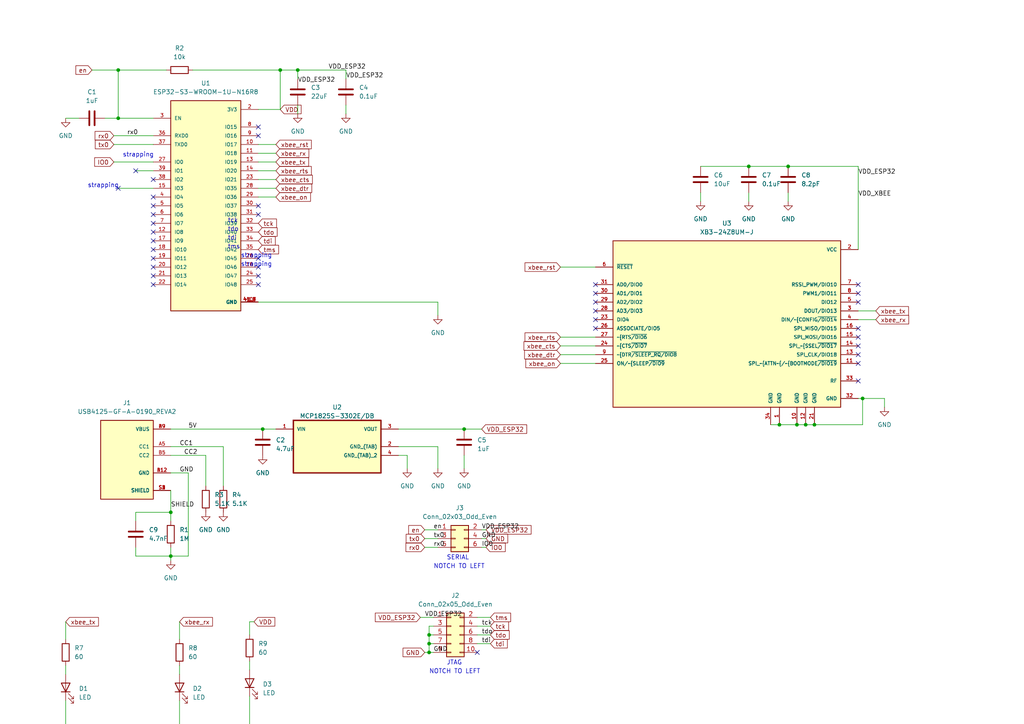
<source format=kicad_sch>
(kicad_sch (version 20230121) (generator eeschema)
  (paper "A4")
  (lib_symbols
    (symbol "Connector_Generic:Conn_02x03_Odd_Even" (pin_names (offset 1.016) hide)
      (property "Reference" "J" (at 1.27 5.08 0))
      (property "Value" "Conn_02x03_Odd_Even" (at 1.27 -5.08 0))
      (symbol "Conn_02x03_Odd_Even_1_1"
        (rectangle (start -1.27 -2.413) (end 0 -2.667) (stroke (width 0.1524)))
        (rectangle (start -1.27 0.127) (end 0 -0.127) (stroke (width 0.1524)))
        (rectangle (start -1.27 2.667) (end 0 2.413) (stroke (width 0.1524)))
        (rectangle (start -1.27 3.81) (end 3.81 -3.81) (stroke (width 0.254)) (fill (type background)))
        (rectangle (start 3.81 -2.413) (end 2.54 -2.667) (stroke (width 0.1524)))
        (rectangle (start 3.81 0.127) (end 2.54 -0.127) (stroke (width 0.1524)))
        (rectangle (start 3.81 2.667) (end 2.54 2.413) (stroke (width 0.1524)))
        (pin passive line (at -5.08 2.54 0) (length 3.81) (name "Pin_1") (number "1"))
        (pin passive line (at 7.62 2.54 180) (length 3.81) (name "Pin_2") (number "2"))
        (pin passive line (at -5.08 0 0) (length 3.81) (name "Pin_3") (number "3"))
        (pin passive line (at 7.62 0 180) (length 3.81) (name "Pin_4") (number "4"))
        (pin passive line (at -5.08 -2.54 0) (length 3.81) (name "Pin_5") (number "5"))
        (pin passive line (at 7.62 -2.54 180) (length 3.81) (name "Pin_6") (number "6"))
      )
    )
    (symbol "Connector_Generic:Conn_02x05_Odd_Even" (pin_names (offset 1.016) hide)
      (property "Reference" "J" (at 1.27 7.62 0))
      (property "Value" "Conn_02x05_Odd_Even" (at 1.27 -7.62 0))
      (symbol "Conn_02x05_Odd_Even_1_1"
        (rectangle (start -1.27 -4.953) (end 0 -5.207) (stroke (width 0.1524)))
        (rectangle (start -1.27 -2.413) (end 0 -2.667) (stroke (width 0.1524)))
        (rectangle (start -1.27 0.127) (end 0 -0.127) (stroke (width 0.1524)))
        (rectangle (start -1.27 2.667) (end 0 2.413) (stroke (width 0.1524)))
        (rectangle (start -1.27 5.207) (end 0 4.953) (stroke (width 0.1524)))
        (rectangle (start -1.27 6.35) (end 3.81 -6.35) (stroke (width 0.254)) (fill (type background)))
        (rectangle (start 3.81 -4.953) (end 2.54 -5.207) (stroke (width 0.1524)))
        (rectangle (start 3.81 -2.413) (end 2.54 -2.667) (stroke (width 0.1524)))
        (rectangle (start 3.81 0.127) (end 2.54 -0.127) (stroke (width 0.1524)))
        (rectangle (start 3.81 2.667) (end 2.54 2.413) (stroke (width 0.1524)))
        (rectangle (start 3.81 5.207) (end 2.54 4.953) (stroke (width 0.1524)))
        (pin passive line (at -5.08 5.08 0) (length 3.81) (name "Pin_1") (number "1"))
        (pin passive line (at 7.62 -5.08 180) (length 3.81) (name "Pin_10") (number "10"))
        (pin passive line (at 7.62 5.08 180) (length 3.81) (name "Pin_2") (number "2"))
        (pin passive line (at -5.08 2.54 0) (length 3.81) (name "Pin_3") (number "3"))
        (pin passive line (at 7.62 2.54 180) (length 3.81) (name "Pin_4") (number "4"))
        (pin passive line (at -5.08 0 0) (length 3.81) (name "Pin_5") (number "5"))
        (pin passive line (at 7.62 0 180) (length 3.81) (name "Pin_6") (number "6"))
        (pin passive line (at -5.08 -2.54 0) (length 3.81) (name "Pin_7") (number "7"))
        (pin passive line (at 7.62 -2.54 180) (length 3.81) (name "Pin_8") (number "8"))
        (pin passive line (at -5.08 -5.08 0) (length 3.81) (name "Pin_9") (number "9"))
      )
    )
    (symbol "Device:C" (pin_numbers hide) (pin_names (offset 0.254))
      (property "Reference" "C" (at 0.635 2.54 0))
      (property "Value" "C" (at 0.635 -2.54 0))
      (symbol "C_0_1"
        (polyline (pts (xy -2.032 -0.762) (xy 2.032 -0.762)) (stroke (width 0.508)))
        (polyline (pts (xy -2.032 0.762) (xy 2.032 0.762)) (stroke (width 0.508)))
      )
      (symbol "C_1_1"
        (pin passive line (at 0 3.81 270) (length 2.794) (name "~") (number "1"))
        (pin passive line (at 0 -3.81 90) (length 2.794) (name "~") (number "2"))
      )
    )
    (symbol "Device:LED" (pin_numbers hide) (pin_names (offset 1.016) hide)
      (property "Reference" "D" (at 0 2.54 0))
      (property "Value" "LED" (at 0 -2.54 0))
      (symbol "LED_0_1"
        (polyline (pts (xy -1.27 -1.27) (xy -1.27 1.27)) (stroke (width 0.254)))
        (polyline (pts (xy -1.27 0) (xy 1.27 0)))
        (polyline (pts (xy 1.27 -1.27) (xy 1.27 1.27) (xy -1.27 0) (xy 1.27 -1.27)) (stroke (width 0.254)))
        (polyline (pts (xy -3.048 -0.762) (xy -4.572 -2.286) (xy -3.81 -2.286) (xy -4.572 -2.286) (xy -4.572 -1.524)))
        (polyline (pts (xy -1.778 -0.762) (xy -3.302 -2.286) (xy -2.54 -2.286) (xy -3.302 -2.286) (xy -3.302 -1.524)))
      )
      (symbol "LED_1_1"
        (pin passive line (at -3.81 0 0) (length 2.54) (name "K") (number "1"))
        (pin passive line (at 3.81 0 180) (length 2.54) (name "A") (number "2"))
      )
    )
    (symbol "Device:R" (pin_numbers hide) (pin_names (offset 0))
      (property "Reference" "R" (at 2.032 0 90))
      (property "Value" "R" (at 0 0 90))
      (symbol "R_0_1"
        (rectangle (start -1.016 -2.54) (end 1.016 2.54) (stroke (width 0.254)))
      )
      (symbol "R_1_1"
        (pin passive line (at 0 3.81 270) (length 1.27) (name "~") (number "1"))
        (pin passive line (at 0 -3.81 90) (length 1.27) (name "~") (number "2"))
      )
    )
    (symbol "ESP32-S3-WROOM-1U-N16R8:ESP32-S3-WROOM-1U-N16R8" (pin_names (offset 1.016))
      (property "Reference" "U" (at -10.16 31.242 0))
      (property "Value" "ESP32-S3-WROOM-1U-N16R8" (at -10.16 -33.02 0))
      (symbol "ESP32-S3-WROOM-1U-N16R8_0_0"
        (rectangle (start -10.16 -30.48) (end 10.16 30.48) (stroke (width 0.254)) (fill (type background)))
        (pin power_in line (at 15.24 -27.94 180) (length 5.08) (name "GND") (number "1"))
        (pin bidirectional line (at 15.24 17.78 180) (length 5.08) (name "IO17") (number "10"))
        (pin bidirectional line (at 15.24 15.24 180) (length 5.08) (name "IO18") (number "11"))
        (pin bidirectional line (at -15.24 -7.62 0) (length 5.08) (name "IO8") (number "12"))
        (pin bidirectional line (at 15.24 12.7 180) (length 5.08) (name "IO19") (number "13"))
        (pin bidirectional line (at 15.24 10.16 180) (length 5.08) (name "IO20") (number "14"))
        (pin bidirectional line (at -15.24 5.08 0) (length 5.08) (name "IO3") (number "15"))
        (pin bidirectional line (at 15.24 -17.78 180) (length 5.08) (name "IO46") (number "16"))
        (pin bidirectional line (at -15.24 -10.16 0) (length 5.08) (name "IO9") (number "17"))
        (pin bidirectional line (at -15.24 -12.7 0) (length 5.08) (name "IO10") (number "18"))
        (pin bidirectional line (at -15.24 -15.24 0) (length 5.08) (name "IO11") (number "19"))
        (pin power_in line (at 15.24 27.94 180) (length 5.08) (name "3V3") (number "2"))
        (pin bidirectional line (at -15.24 -17.78 0) (length 5.08) (name "IO12") (number "20"))
        (pin bidirectional line (at -15.24 -20.32 0) (length 5.08) (name "IO13") (number "21"))
        (pin bidirectional line (at -15.24 -22.86 0) (length 5.08) (name "IO14") (number "22"))
        (pin bidirectional line (at 15.24 7.62 180) (length 5.08) (name "IO21") (number "23"))
        (pin bidirectional line (at 15.24 -20.32 180) (length 5.08) (name "IO47") (number "24"))
        (pin bidirectional line (at 15.24 -22.86 180) (length 5.08) (name "IO48") (number "25"))
        (pin bidirectional line (at 15.24 -15.24 180) (length 5.08) (name "IO45") (number "26"))
        (pin bidirectional line (at -15.24 12.7 0) (length 5.08) (name "IO0") (number "27"))
        (pin bidirectional line (at 15.24 5.08 180) (length 5.08) (name "IO35") (number "28"))
        (pin bidirectional line (at 15.24 2.54 180) (length 5.08) (name "IO36") (number "29"))
        (pin input line (at -15.24 25.4 0) (length 5.08) (name "EN") (number "3"))
        (pin bidirectional line (at 15.24 0 180) (length 5.08) (name "IO37") (number "30"))
        (pin bidirectional line (at 15.24 -2.54 180) (length 5.08) (name "IO38") (number "31"))
        (pin bidirectional line (at 15.24 -5.08 180) (length 5.08) (name "IO39") (number "32"))
        (pin bidirectional line (at 15.24 -7.62 180) (length 5.08) (name "IO40") (number "33"))
        (pin bidirectional line (at 15.24 -10.16 180) (length 5.08) (name "IO41") (number "34"))
        (pin bidirectional line (at 15.24 -12.7 180) (length 5.08) (name "IO42") (number "35"))
        (pin bidirectional line (at -15.24 20.32 0) (length 5.08) (name "RXD0") (number "36"))
        (pin bidirectional line (at -15.24 17.78 0) (length 5.08) (name "TXD0") (number "37"))
        (pin bidirectional line (at -15.24 7.62 0) (length 5.08) (name "IO2") (number "38"))
        (pin bidirectional line (at -15.24 10.16 0) (length 5.08) (name "IO1") (number "39"))
        (pin bidirectional line (at -15.24 2.54 0) (length 5.08) (name "IO4") (number "4"))
        (pin power_in line (at 15.24 -27.94 180) (length 5.08) (name "GND") (number "40"))
        (pin power_in line (at 15.24 -27.94 180) (length 5.08) (name "GND") (number "41_1"))
        (pin power_in line (at 15.24 -27.94 180) (length 5.08) (name "GND") (number "41_2"))
        (pin power_in line (at 15.24 -27.94 180) (length 5.08) (name "GND") (number "41_3"))
        (pin power_in line (at 15.24 -27.94 180) (length 5.08) (name "GND") (number "41_4"))
        (pin power_in line (at 15.24 -27.94 180) (length 5.08) (name "GND") (number "41_5"))
        (pin power_in line (at 15.24 -27.94 180) (length 5.08) (name "GND") (number "41_6"))
        (pin power_in line (at 15.24 -27.94 180) (length 5.08) (name "GND") (number "41_7"))
        (pin power_in line (at 15.24 -27.94 180) (length 5.08) (name "GND") (number "41_8"))
        (pin power_in line (at 15.24 -27.94 180) (length 5.08) (name "GND") (number "41_9"))
        (pin bidirectional line (at -15.24 0 0) (length 5.08) (name "IO5") (number "5"))
        (pin bidirectional line (at -15.24 -2.54 0) (length 5.08) (name "IO6") (number "6"))
        (pin bidirectional line (at -15.24 -5.08 0) (length 5.08) (name "IO7") (number "7"))
        (pin bidirectional line (at 15.24 22.86 180) (length 5.08) (name "IO15") (number "8"))
        (pin bidirectional line (at 15.24 20.32 180) (length 5.08) (name "IO16") (number "9"))
      )
    )
    (symbol "MCP1825S-3302E_DB:MCP1825S-3302E/DB" (pin_names (offset 1.016))
      (property "Reference" "U" (at -12.7 8.6106 0))
      (property "Value" "MCP1825S-3302E/DB" (at -12.7 -11.6078 0))
      (symbol "MCP1825S-3302E/DB_0_0"
        (rectangle (start -12.7 -7.62) (end 12.7 7.62) (stroke (width 0.4064)) (fill (type background)))
        (pin input line (at -17.78 5.08 0) (length 5.08) (name "VIN") (number "1"))
        (pin power_in line (at 17.78 0 180) (length 5.08) (name "GND_(TAB)") (number "2"))
        (pin output line (at 17.78 5.08 180) (length 5.08) (name "VOUT") (number "3"))
        (pin power_in line (at 17.78 -2.54 180) (length 5.08) (name "GND_(TAB)_2") (number "4"))
      )
    )
    (symbol "USB4125-GF-A-0190_REVA2:USB4125-GF-A-0190_REVA2" (pin_names (offset 1.016))
      (property "Reference" "J" (at -7.62 10.922 0))
      (property "Value" "USB4125-GF-A-0190_REVA2" (at -7.62 -13.462 0))
      (symbol "USB4125-GF-A-0190_REVA2_0_0"
        (rectangle (start -7.62 -12.7) (end 7.62 10.16) (stroke (width 0.254)) (fill (type background)))
        (pin power_in line (at -12.7 -5.08 0) (length 5.08) (name "GND") (number "A12"))
        (pin bidirectional line (at -12.7 2.54 0) (length 5.08) (name "CC1") (number "A5"))
        (pin power_in line (at -12.7 7.62 0) (length 5.08) (name "VBUS") (number "A9"))
        (pin power_in line (at -12.7 -5.08 0) (length 5.08) (name "GND") (number "B12"))
        (pin bidirectional line (at -12.7 0 0) (length 5.08) (name "CC2") (number "B5"))
        (pin power_in line (at -12.7 7.62 0) (length 5.08) (name "VBUS") (number "B9"))
        (pin passive line (at -12.7 -10.16 0) (length 5.08) (name "SHIELD") (number "S1"))
        (pin passive line (at -12.7 -10.16 0) (length 5.08) (name "SHIELD") (number "S2"))
        (pin passive line (at -12.7 -10.16 0) (length 5.08) (name "SHIELD") (number "S3"))
        (pin passive line (at -12.7 -10.16 0) (length 5.08) (name "SHIELD") (number "S4"))
      )
    )
    (symbol "XB3-24Z8UM-J:XB3-24Z8UM-J" (pin_names (offset 1.016))
      (property "Reference" "U2" (at 0 30.48 0))
      (property "Value" "XB3-24Z8UM-J" (at 0 27.94 0))
      (symbol "XB3-24Z8UM-J_0_0"
        (rectangle (start -33.02 -22.86) (end 33.02 25.4) (stroke (width 0.254)) (fill (type background)))
        (pin power_in line (at 15.24 -27.94 90) (length 5.08) (name "GND") (number "1"))
        (pin power_in line (at 20.32 -27.94 90) (length 5.08) (name "GND") (number "10"))
        (pin bidirectional line (at 38.1 -10.16 180) (length 5.08) (name "SPI_~{ATTN~{/~{BOOTMODE~{/DIO19}") (number "11"))
        (pin power_in line (at 22.86 -27.94 90) (length 5.08) (name "GND") (number "12"))
        (pin bidirectional line (at 38.1 -7.62 180) (length 5.08) (name "SPI_CLK/DIO18") (number "13"))
        (pin bidirectional line (at 38.1 -5.08 180) (length 5.08) (name "SPI_~{SSEL~{/DIO17}") (number "14"))
        (pin bidirectional line (at 38.1 -2.54 180) (length 5.08) (name "SPI_MOSI/DIO16") (number "15"))
        (pin bidirectional line (at 38.1 0 180) (length 5.08) (name "SPI_MISO/DIO15") (number "16"))
        (pin power_in line (at 38.1 22.86 180) (length 5.08) (name "VCC") (number "2"))
        (pin power_in line (at 25.4 -27.94 90) (length 5.08) (name "GND") (number "21"))
        (pin bidirectional line (at -38.1 2.54 0) (length 5.08) (name "DIO4") (number "23"))
        (pin bidirectional line (at -38.1 -5.08 0) (length 5.08) (name "~{CTS~{/DIO7}") (number "24"))
        (pin bidirectional line (at -38.1 -10.16 0) (length 5.08) (name "ON/~{SLEEP~{/DIO9}") (number "25"))
        (pin bidirectional line (at -38.1 0 0) (length 5.08) (name "ASSOCIATE/DIO5") (number "26"))
        (pin bidirectional line (at -38.1 -2.54 0) (length 5.08) (name "~{RTS~{/DIO6}") (number "27"))
        (pin bidirectional line (at -38.1 5.08 0) (length 5.08) (name "AD3/DIO3") (number "28"))
        (pin bidirectional line (at -38.1 7.62 0) (length 5.08) (name "AD2/DIO2") (number "29"))
        (pin bidirectional line (at 38.1 5.08 180) (length 5.08) (name "DOUT/DIO13") (number "3"))
        (pin bidirectional line (at -38.1 10.16 0) (length 5.08) (name "AD1/DIO1") (number "30"))
        (pin bidirectional line (at -38.1 12.7 0) (length 5.08) (name "AD0/DIO0") (number "31"))
        (pin power_in line (at 38.1 -20.32 180) (length 5.08) (name "GND") (number "32"))
        (pin bidirectional line (at 38.1 -15.24 180) (length 5.08) (name "RF") (number "33"))
        (pin power_in line (at 12.7 -27.94 90) (length 5.08) (name "GND") (number "34"))
        (pin bidirectional line (at 38.1 2.54 180) (length 5.08) (name "DIN/~{CONFIG~{/DIO14}") (number "4"))
        (pin bidirectional line (at 38.1 7.62 180) (length 5.08) (name "DIO12") (number "5"))
        (pin input line (at -38.1 17.78 0) (length 5.08) (name "~{RESET}") (number "6"))
        (pin bidirectional line (at 38.1 12.7 180) (length 5.08) (name "RSSI_PWM/DIO10") (number "7"))
        (pin bidirectional line (at 38.1 10.16 180) (length 5.08) (name "PWM1/DIO11") (number "8"))
        (pin bidirectional line (at -38.1 -7.62 0) (length 5.08) (name "~{DTR~{/SLEEP_RQ/DIO8}") (number "9"))
      )
    )
    (symbol "power:GND" (power) (pin_names (offset 0))
      (property "Value" "GND" (at 0 -3.81 0))
      (symbol "GND_0_1"
        (polyline (pts (xy 0 0) (xy 0 -1.27) (xy 1.27 -1.27) (xy 0 -2.54) (xy -1.27 -1.27) (xy 0 -1.27)))
      )
      (symbol "GND_1_1"
        (pin power_in line (at 0 0 270) (length 0) hide (name "GND") (number "1"))
      )
    )
  )
  (junction (at 49.53 161.29))
  (junction (at 134.62 124.46))
  (junction (at 231.14 123.19))
  (junction (at 76.2 124.46))
  (junction (at 217.17 48.26))
  (junction (at 250.19 115.57))
  (junction (at 228.6 48.26))
  (junction (at 34.29 34.29))
  (junction (at 86.36 20.32))
  (junction (at 236.22 123.19))
  (junction (at 124.46 184.15))
  (junction (at 49.53 148.59))
  (junction (at 233.68 123.19))
  (junction (at 34.29 20.32))
  (junction (at 124.46 189.23))
  (junction (at 81.28 20.32))
  (junction (at 226.06 123.19))
  (junction (at 124.46 186.69))
  (no_connect (at 74.93 36.83))
  (no_connect (at 74.93 62.23))
  (no_connect (at 44.45 67.31))
  (no_connect (at 34.29 54.61))
  (no_connect (at 248.92 100.33))
  (no_connect (at 248.92 102.87))
  (no_connect (at 172.72 87.63))
  (no_connect (at 248.92 85.09))
  (no_connect (at 172.72 95.25))
  (no_connect (at 44.45 57.15))
  (no_connect (at 248.92 110.49))
  (no_connect (at 44.45 52.07))
  (no_connect (at 44.45 69.85))
  (no_connect (at 74.93 77.47))
  (no_connect (at 44.45 74.93))
  (no_connect (at 172.72 85.09))
  (no_connect (at 172.72 92.71))
  (no_connect (at 248.92 105.41))
  (no_connect (at 248.92 97.79))
  (no_connect (at 248.92 87.63))
  (no_connect (at 44.45 72.39))
  (no_connect (at 39.37 49.53))
  (no_connect (at 74.93 74.93))
  (no_connect (at 138.43 189.23))
  (no_connect (at 172.72 90.17))
  (no_connect (at 74.93 80.01))
  (no_connect (at 74.93 82.55))
  (no_connect (at 248.92 82.55))
  (no_connect (at 44.45 77.47))
  (no_connect (at 248.92 95.25))
  (no_connect (at 74.93 39.37))
  (no_connect (at 74.93 59.69))
  (no_connect (at 44.45 82.55))
  (no_connect (at 44.45 59.69))
  (no_connect (at 44.45 80.01))
  (no_connect (at 44.45 62.23))
  (no_connect (at 44.45 64.77))
  (no_connect (at 172.72 82.55))
  (wire (pts (xy 124.46 189.23) (xy 125.73 189.23)))
  (wire (pts (xy 72.39 184.15) (xy 72.39 180.34)))
  (wire (pts (xy 49.53 161.29) (xy 54.61 161.29)))
  (wire (pts (xy 123.19 153.67) (xy 127 153.67)))
  (wire (pts (xy 123.19 189.23) (xy 124.46 189.23)))
  (wire (pts (xy 26.67 20.32) (xy 34.29 20.32)))
  (wire (pts (xy 49.53 148.59) (xy 49.53 151.13)))
  (wire (pts (xy 231.14 123.19) (xy 233.68 123.19)))
  (wire (pts (xy 39.37 161.29) (xy 49.53 161.29)))
  (wire (pts (xy 52.07 180.34) (xy 52.07 185.42)))
  (wire (pts (xy 34.29 20.32) (xy 48.26 20.32)))
  (wire (pts (xy 223.52 123.19) (xy 226.06 123.19)))
  (wire (pts (xy 19.05 203.2) (xy 19.05 212.09)))
  (wire (pts (xy 81.28 20.32) (xy 86.36 20.32)))
  (wire (pts (xy 55.88 20.32) (xy 81.28 20.32)))
  (wire (pts (xy 248.92 48.26) (xy 228.6 48.26)))
  (wire (pts (xy 81.28 20.32) (xy 81.28 31.75)))
  (wire (pts (xy 49.53 132.08) (xy 59.69 132.08)))
  (wire (pts (xy 76.2 124.46) (xy 80.01 124.46)))
  (wire (pts (xy 49.53 129.54) (xy 64.77 129.54)))
  (wire (pts (xy 256.54 115.57) (xy 256.54 118.11)))
  (wire (pts (xy 19.05 180.34) (xy 19.05 185.42)))
  (wire (pts (xy 100.33 30.48) (xy 100.33 33.02)))
  (wire (pts (xy 226.06 123.19) (xy 231.14 123.19)))
  (wire (pts (xy 124.46 181.61) (xy 124.46 184.15)))
  (wire (pts (xy 217.17 55.88) (xy 217.17 58.42)))
  (wire (pts (xy 74.93 49.53) (xy 80.01 49.53)))
  (wire (pts (xy 123.19 156.21) (xy 127 156.21)))
  (wire (pts (xy 162.56 97.79) (xy 172.72 97.79)))
  (wire (pts (xy 39.37 49.53) (xy 44.45 49.53)))
  (wire (pts (xy 125.73 184.15) (xy 124.46 184.15)))
  (wire (pts (xy 72.39 180.34) (xy 73.66 180.34)))
  (wire (pts (xy 248.92 72.39) (xy 248.92 48.26)))
  (wire (pts (xy 125.73 186.69) (xy 124.46 186.69)))
  (wire (pts (xy 34.29 34.29) (xy 44.45 34.29)))
  (wire (pts (xy 30.48 34.29) (xy 34.29 34.29)))
  (wire (pts (xy 74.93 52.07) (xy 80.01 52.07)))
  (wire (pts (xy 138.43 179.07) (xy 142.24 179.07)))
  (wire (pts (xy 125.73 181.61) (xy 124.46 181.61)))
  (wire (pts (xy 100.33 20.32) (xy 100.33 22.86)))
  (wire (pts (xy 86.36 30.48) (xy 86.36 33.02)))
  (wire (pts (xy 81.28 31.75) (xy 74.93 31.75)))
  (wire (pts (xy 248.92 90.17) (xy 254 90.17)))
  (wire (pts (xy 121.92 179.07) (xy 125.73 179.07)))
  (wire (pts (xy 74.93 41.91) (xy 80.01 41.91)))
  (wire (pts (xy 134.62 132.08) (xy 134.62 135.89)))
  (wire (pts (xy 115.57 124.46) (xy 134.62 124.46)))
  (wire (pts (xy 236.22 123.19) (xy 250.19 123.19)))
  (wire (pts (xy 228.6 55.88) (xy 228.6 58.42)))
  (wire (pts (xy 49.53 137.16) (xy 54.61 137.16)))
  (wire (pts (xy 33.02 39.37) (xy 44.45 39.37)))
  (wire (pts (xy 233.68 123.19) (xy 236.22 123.19)))
  (wire (pts (xy 248.92 115.57) (xy 250.19 115.57)))
  (wire (pts (xy 250.19 115.57) (xy 256.54 115.57)))
  (wire (pts (xy 134.62 124.46) (xy 139.7 124.46)))
  (wire (pts (xy 123.19 158.75) (xy 127 158.75)))
  (wire (pts (xy 49.53 158.75) (xy 49.53 161.29)))
  (wire (pts (xy 248.92 92.71) (xy 254 92.71)))
  (wire (pts (xy 49.53 142.24) (xy 49.53 148.59)))
  (wire (pts (xy 33.02 46.99) (xy 44.45 46.99)))
  (wire (pts (xy 52.07 203.2) (xy 52.07 212.09)))
  (wire (pts (xy 127 129.54) (xy 115.57 129.54)))
  (wire (pts (xy 39.37 151.13) (xy 39.37 148.59)))
  (wire (pts (xy 127 135.89) (xy 127 129.54)))
  (wire (pts (xy 19.05 34.29) (xy 22.86 34.29)))
  (wire (pts (xy 74.93 87.63) (xy 127 87.63)))
  (wire (pts (xy 39.37 148.59) (xy 49.53 148.59)))
  (wire (pts (xy 54.61 137.16) (xy 54.61 161.29)))
  (wire (pts (xy 139.7 153.67) (xy 140.97 153.67)))
  (wire (pts (xy 203.2 48.26) (xy 217.17 48.26)))
  (wire (pts (xy 74.93 57.15) (xy 80.01 57.15)))
  (wire (pts (xy 34.29 20.32) (xy 34.29 34.29)))
  (wire (pts (xy 72.39 191.77) (xy 72.39 194.31)))
  (wire (pts (xy 59.69 132.08) (xy 59.69 140.97)))
  (wire (pts (xy 72.39 201.93) (xy 72.39 210.82)))
  (wire (pts (xy 162.56 102.87) (xy 172.72 102.87)))
  (wire (pts (xy 162.56 77.47) (xy 172.72 77.47)))
  (wire (pts (xy 52.07 193.04) (xy 52.07 195.58)))
  (wire (pts (xy 162.56 100.33) (xy 172.72 100.33)))
  (wire (pts (xy 138.43 186.69) (xy 142.24 186.69)))
  (wire (pts (xy 124.46 186.69) (xy 124.46 189.23)))
  (wire (pts (xy 74.93 54.61) (xy 80.01 54.61)))
  (wire (pts (xy 139.7 158.75) (xy 140.97 158.75)))
  (wire (pts (xy 33.02 41.91) (xy 44.45 41.91)))
  (wire (pts (xy 118.11 132.08) (xy 118.11 135.89)))
  (wire (pts (xy 49.53 161.29) (xy 49.53 162.56)))
  (wire (pts (xy 124.46 184.15) (xy 124.46 186.69)))
  (wire (pts (xy 64.77 129.54) (xy 64.77 140.97)))
  (wire (pts (xy 138.43 184.15) (xy 142.24 184.15)))
  (wire (pts (xy 74.93 46.99) (xy 80.01 46.99)))
  (wire (pts (xy 217.17 48.26) (xy 228.6 48.26)))
  (wire (pts (xy 162.56 105.41) (xy 172.72 105.41)))
  (wire (pts (xy 74.93 44.45) (xy 80.01 44.45)))
  (wire (pts (xy 127 87.63) (xy 127 91.44)))
  (wire (pts (xy 203.2 55.88) (xy 203.2 58.42)))
  (wire (pts (xy 19.05 193.04) (xy 19.05 195.58)))
  (wire (pts (xy 39.37 158.75) (xy 39.37 161.29)))
  (wire (pts (xy 139.7 156.21) (xy 140.97 156.21)))
  (wire (pts (xy 49.53 124.46) (xy 76.2 124.46)))
  (wire (pts (xy 34.29 54.61) (xy 44.45 54.61)))
  (wire (pts (xy 86.36 20.32) (xy 100.33 20.32)))
  (wire (pts (xy 115.57 132.08) (xy 118.11 132.08)))
  (wire (pts (xy 138.43 181.61) (xy 142.24 181.61)))
  (wire (pts (xy 86.36 20.32) (xy 86.36 22.86)))
  (wire (pts (xy 250.19 123.19) (xy 250.19 115.57)))
  (text "tms\n" (at 66.04 72.39 0) (effects (font (size 1.27 1.27)) (justify left bottom)))
  (text "strapping\n" (at 25.4 54.61 0) (effects (font (size 1.27 1.27)) (justify left bottom)))
  (text "strapping\n" (at 69.85 77.47 0) (effects (font (size 1.27 1.27)) (justify left bottom)))
  (text "strapping\n" (at 69.85 74.93 0) (effects (font (size 1.27 1.27)) (justify left bottom)))
  (text "tdi" (at 66.04 69.85 0) (effects (font (size 1.27 1.27)) (justify left bottom)))
  (text "JTAG" (at 129.54 193.04 0) (effects (font (size 1.27 1.27)) (justify left bottom)))
  (text "NOTCH TO LEFT" (at 124.46 195.58 0) (effects (font (size 1.27 1.27)) (justify left bottom)))
  (text "tck\n" (at 66.04 64.77 0) (effects (font (size 1.27 1.27)) (justify left bottom)))
  (text "tdo\n" (at 66.04 67.31 0) (effects (font (size 1.27 1.27)) (justify left bottom)))
  (text "SERIAL" (at 129.54 162.56 0) (effects (font (size 1.27 1.27)) (justify left bottom)))
  (text "strapping\n" (at 35.56 45.72 0) (effects (font (size 1.27 1.27)) (justify left bottom)))
  (text "NOTCH TO LEFT" (at 125.73 165.1 0) (effects (font (size 1.27 1.27)) (justify left bottom)))
  (label "GND" (at 139.7 156.21 0))
  (label "tck" (at 139.7 181.61 0))
  (label "rx0" (at 125.73 158.75 0))
  (label "tdo" (at 139.7 184.15 0))
  (label "GND" (at 125.73 189.23 0))
  (label "tx0" (at 125.73 156.21 0))
  (label "GND" (at 52.07 137.16 0))
  (label "VDD_ESP32" (at 248.92 50.8 0))
  (label "VDD_ESP32" (at 123.19 179.07 0))
  (label "rx0" (at 36.83 39.37 0))
  (label "VDD_ESP32" (at 100.33 22.86 0))
  (label "VDD_XBEE" (at 248.92 57.15 0))
  (label "5V" (at 54.61 124.46 0))
  (label "VDD_ESP32" (at 86.36 24.13 0))
  (label "CC1" (at 52.07 129.54 0))
  (label "VDD_ESP32" (at 95.25 20.32 0))
  (label "VDD_ESP32" (at 139.7 153.67 0))
  (label "CC2" (at 53.34 132.08 0))
  (label "tdi" (at 139.7 186.69 0))
  (label "IO0" (at 139.7 158.75 0))
  (label "en" (at 125.73 153.67 0))
  (label "SHIELD" (at 49.53 147.32 0))
  (global_label "xbee_rts" (shape input) (at 162.56 97.79 180) (property "Intersheetrefs" "${INTERSHEET_REFS}" (effects hide)))
  (global_label "xbee_cts" (shape input) (at 80.01 52.07 0) (property "Intersheetrefs" "${INTERSHEET_REFS}" (effects hide)))
  (global_label "GND" (shape input) (at 140.97 156.21 0) (property "Intersheetrefs" "${INTERSHEET_REFS}" (effects hide)))
  (global_label "rx0" (shape input) (at 33.02 39.37 180) (property "Intersheetrefs" "${INTERSHEET_REFS}" (effects hide)))
  (global_label "xbee_rst" (shape input) (at 80.01 41.91 0) (property "Intersheetrefs" "${INTERSHEET_REFS}" (effects hide)))
  (global_label "GND" (shape input) (at 123.19 189.23 180) (property "Intersheetrefs" "${INTERSHEET_REFS}" (effects hide)))
  (global_label "en" (shape input) (at 123.19 153.67 180) (property "Intersheetrefs" "${INTERSHEET_REFS}" (effects hide)))
  (global_label "tx0" (shape input) (at 123.19 156.21 180) (property "Intersheetrefs" "${INTERSHEET_REFS}" (effects hide)))
  (global_label "xbee_rst" (shape input) (at 162.56 77.47 180) (property "Intersheetrefs" "${INTERSHEET_REFS}" (effects hide)))
  (global_label "tck" (shape input) (at 142.24 181.61 0) (property "Intersheetrefs" "${INTERSHEET_REFS}" (effects hide)))
  (global_label "tdi" (shape input) (at 142.24 186.69 0) (property "Intersheetrefs" "${INTERSHEET_REFS}" (effects hide)))
  (global_label "IO0" (shape input) (at 33.02 46.99 180) (property "Intersheetrefs" "${INTERSHEET_REFS}" (effects hide)))
  (global_label "en" (shape input) (at 26.67 20.32 180) (property "Intersheetrefs" "${INTERSHEET_REFS}" (effects hide)))
  (global_label "VDD" (shape input) (at 81.28 31.75 0) (property "Intersheetrefs" "${INTERSHEET_REFS}" (effects hide)))
  (global_label "xbee_rx" (shape input) (at 254 92.71 0) (property "Intersheetrefs" "${INTERSHEET_REFS}" (effects hide)))
  (global_label "xbee_rx" (shape input) (at 52.07 180.34 0) (property "Intersheetrefs" "${INTERSHEET_REFS}" (effects hide)))
  (global_label "IO0" (shape input) (at 140.97 158.75 0) (property "Intersheetrefs" "${INTERSHEET_REFS}" (effects hide)))
  (global_label "xbee_dtr" (shape input) (at 162.56 102.87 180) (property "Intersheetrefs" "${INTERSHEET_REFS}" (effects hide)))
  (global_label "VDD" (shape input) (at 73.66 180.34 0) (property "Intersheetrefs" "${INTERSHEET_REFS}" (effects hide)))
  (global_label "xbee_rts" (shape input) (at 80.01 49.53 0) (property "Intersheetrefs" "${INTERSHEET_REFS}" (effects hide)))
  (global_label "VDD_ESP32" (shape input) (at 139.7 124.46 0) (property "Intersheetrefs" "${INTERSHEET_REFS}" (effects hide)))
  (global_label "xbee_tx" (shape input) (at 254 90.17 0) (property "Intersheetrefs" "${INTERSHEET_REFS}" (effects hide)))
  (global_label "tms" (shape input) (at 142.24 179.07 0) (property "Intersheetrefs" "${INTERSHEET_REFS}" (effects hide)))
  (global_label "xbee_tx" (shape input) (at 80.01 46.99 0) (property "Intersheetrefs" "${INTERSHEET_REFS}" (effects hide)))
  (global_label "xbee_cts" (shape input) (at 162.56 100.33 180) (property "Intersheetrefs" "${INTERSHEET_REFS}" (effects hide)))
  (global_label "tck" (shape input) (at 74.93 64.77 0) (property "Intersheetrefs" "${INTERSHEET_REFS}" (effects hide)))
  (global_label "tms" (shape input) (at 74.93 72.39 0) (property "Intersheetrefs" "${INTERSHEET_REFS}" (effects hide)))
  (global_label "xbee_on" (shape input) (at 80.01 57.15 0) (property "Intersheetrefs" "${INTERSHEET_REFS}" (effects hide)))
  (global_label "xbee_tx" (shape input) (at 19.05 180.34 0) (property "Intersheetrefs" "${INTERSHEET_REFS}" (effects hide)))
  (global_label "tdo" (shape input) (at 142.24 184.15 0) (property "Intersheetrefs" "${INTERSHEET_REFS}" (effects hide)))
  (global_label "xbee_on" (shape input) (at 162.56 105.41 180) (property "Intersheetrefs" "${INTERSHEET_REFS}" (effects hide)))
  (global_label "tx0" (shape input) (at 33.02 41.91 180) (property "Intersheetrefs" "${INTERSHEET_REFS}" (effects hide)))
  (global_label "VDD_ESP32" (shape input) (at 121.92 179.07 180) (property "Intersheetrefs" "${INTERSHEET_REFS}" (effects hide)))
  (global_label "VDD_ESP32" (shape input) (at 140.97 153.67 0) (property "Intersheetrefs" "${INTERSHEET_REFS}" (effects hide)))
  (global_label "tdi" (shape input) (at 74.93 69.85 0) (property "Intersheetrefs" "${INTERSHEET_REFS}" (effects hide)))
  (global_label "xbee_dtr" (shape input) (at 80.01 54.61 0) (property "Intersheetrefs" "${INTERSHEET_REFS}" (effects hide)))
  (global_label "rx0" (shape input) (at 123.19 158.75 180) (property "Intersheetrefs" "${INTERSHEET_REFS}" (effects hide)))
  (global_label "tdo" (shape input) (at 74.93 67.31 0) (property "Intersheetrefs" "${INTERSHEET_REFS}" (effects hide)))
  (global_label "xbee_rx" (shape input) (at 80.01 44.45 0) (property "Intersheetrefs" "${INTERSHEET_REFS}" (effects hide)))
  (symbol (lib_id "Device:C") (at 86.36 26.67 0) (unit 1)
    (property "Reference" "C3" (at 90.17 25.3999 0) (effects (justify left)))
    (property "Value" "22uF" (at 90.17 27.9399 0) (effects (justify left)))
    (property "Footprint" "Capacitor_SMD:C_1206_3216Metric_Pad1.33x1.80mm_HandSolder" (effects hide))
  )
  (symbol (lib_id "power:GND") (at 19.05 212.09 0) (unit 1)
    (property "Reference" "#PWR0102" (effects hide))
    (property "Value" "GND" (at 19.05 217.17 0))
  )
  (symbol (lib_id "power:GND") (at 127 135.89 0) (unit 1)
    (property "Reference" "#PWR07" (effects hide))
    (property "Value" "GND" (at 127 140.97 0))
  )
  (symbol (lib_id "Connector_Generic:Conn_02x03_Odd_Even") (at 132.08 156.21 0) (unit 1)
    (property "Reference" "J3" (at 133.35 147.32 0))
    (property "Value" "Conn_02x03_Odd_Even" (at 133.35 149.86 0))
    (property "Footprint" "Connector_IDC:IDC-Header_2x03_P2.54mm_Vertical" (effects hide))
  )
  (symbol (lib_id "power:GND") (at 59.69 148.59 0) (unit 1)
    (property "Reference" "#PWR03" (effects hide))
    (property "Value" "GND" (at 59.69 153.67 0))
  )
  (symbol (lib_id "power:GND") (at 49.53 162.56 0) (unit 1)
    (property "Reference" "#PWR02" (effects hide))
    (property "Value" "GND" (at 49.53 167.64 0))
  )
  (symbol (lib_id "Device:R") (at 59.69 144.78 0) (unit 1)
    (property "Reference" "R3" (at 62.23 143.5099 0) (effects (justify left)))
    (property "Value" "5.1K" (at 62.23 146.0499 0) (effects (justify left)))
    (property "Footprint" "Resistor_SMD:R_1206_3216Metric_Pad1.30x1.75mm_HandSolder" (effects hide))
  )
  (symbol (lib_id "power:GND") (at 217.17 58.42 0) (unit 1)
    (property "Reference" "#PWR013" (effects hide))
    (property "Value" "GND" (at 217.17 63.5 0))
  )
  (symbol (lib_id "Device:C") (at 26.67 34.29 270) (unit 1)
    (property "Reference" "C1" (at 26.67 26.67 90))
    (property "Value" "1uF" (at 26.67 29.21 90))
    (property "Footprint" "Capacitor_SMD:C_1206_3216Metric_Pad1.33x1.80mm_HandSolder" (effects hide))
  )
  (symbol (lib_id "power:GND") (at 100.33 33.02 0) (unit 1)
    (property "Reference" "#PWR08" (effects hide))
    (property "Value" "GND" (at 100.33 38.1 0))
  )
  (symbol (lib_id "power:GND") (at 52.07 212.09 0) (unit 1)
    (property "Reference" "#PWR0101" (effects hide))
    (property "Value" "GND" (at 52.07 217.17 0))
  )
  (symbol (lib_id "Device:C") (at 100.33 26.67 0) (unit 1)
    (property "Reference" "C4" (at 104.14 25.3999 0) (effects (justify left)))
    (property "Value" "0.1uF" (at 104.14 27.9399 0) (effects (justify left)))
    (property "Footprint" "Capacitor_SMD:C_1206_3216Metric_Pad1.33x1.80mm_HandSolder" (effects hide))
  )
  (symbol (lib_id "XB3-24Z8UM-J:XB3-24Z8UM-J") (at 210.82 95.25 0) (unit 1)
    (property "Reference" "U3" (at 210.82 64.77 0))
    (property "Value" "XB3-24Z8UM-J" (at 210.82 67.31 0))
    (property "Footprint" "SnapEDA Library:XCVR_XB3-24Z8UM-J" (effects hide))
    (property "STANDARD" "Manufacturer Recommendations" (effects hide))
    (property "MANUFACTURER" "DIGI" (effects hide))
  )
  (symbol (lib_id "Device:C") (at 203.2 52.07 0) (unit 1)
    (property "Reference" "C6" (at 207.01 50.7999 0) (effects (justify left)))
    (property "Value" "10uF" (at 207.01 53.3399 0) (effects (justify left)))
    (property "Footprint" "Capacitor_SMD:C_1206_3216Metric_Pad1.33x1.80mm_HandSolder" (effects hide))
  )
  (symbol (lib_id "power:GND") (at 134.62 135.89 0) (unit 1)
    (property "Reference" "#PWR011" (effects hide))
    (property "Value" "GND" (at 134.62 140.97 0))
  )
  (symbol (lib_id "Device:R") (at 52.07 189.23 0) (unit 1)
    (property "Reference" "R8" (at 54.61 187.9599 0) (effects (justify left)))
    (property "Value" "60" (at 54.61 190.4999 0) (effects (justify left)))
    (property "Footprint" "Resistor_SMD:R_1206_3216Metric_Pad1.30x1.75mm_HandSolder" (effects hide))
  )
  (symbol (lib_id "MCP1825S-3302E_DB:MCP1825S-3302E/DB") (at 97.79 129.54 0) (unit 1)
    (property "Reference" "U2" (at 97.79 118.11 0))
    (property "Value" "MCP1825S-3302E/DB" (at 97.79 120.65 0))
    (property "Footprint" "SnapEDA Library:SOT230P700X180-4N" (effects hide))
  )
  (symbol (lib_id "Connector_Generic:Conn_02x05_Odd_Even") (at 130.81 184.15 0) (unit 1)
    (property "Reference" "J2" (at 132.08 172.72 0))
    (property "Value" "Conn_02x05_Odd_Even" (at 132.08 175.26 0))
    (property "Footprint" "Connector_IDC:IDC-Header_2x05_P2.54mm_Vertical" (effects hide))
  )
  (symbol (lib_id "Device:C") (at 76.2 128.27 0) (unit 1)
    (property "Reference" "C2" (at 80.01 127.635 0) (effects (justify left)))
    (property "Value" "4.7uF" (at 80.01 130.175 0) (effects (justify left)))
    (property "Footprint" "Capacitor_SMD:C_1206_3216Metric_Pad1.33x1.80mm_HandSolder" (effects hide))
  )
  (symbol (lib_id "power:GND") (at 118.11 135.89 0) (unit 1)
    (property "Reference" "#PWR05" (effects hide))
    (property "Value" "GND" (at 118.11 140.97 0))
  )
  (symbol (lib_id "power:GND") (at 127 91.44 0) (unit 1)
    (property "Reference" "#PWR09" (effects hide))
    (property "Value" "GND" (at 127 96.52 0))
  )
  (symbol (lib_id "Device:LED") (at 72.39 198.12 90) (unit 1)
    (property "Reference" "D3" (at 76.2 198.4374 90) (effects (justify right)))
    (property "Value" "LED" (at 76.2 200.9774 90) (effects (justify right)))
    (property "Footprint" "LED_SMD:LED_1206_3216Metric_Pad1.42x1.75mm_HandSolder" (effects hide))
  )
  (symbol (lib_id "Device:R") (at 72.39 187.96 0) (unit 1)
    (property "Reference" "R9" (at 74.93 186.6899 0) (effects (justify left)))
    (property "Value" "60" (at 74.93 189.2299 0) (effects (justify left)))
    (property "Footprint" "Resistor_SMD:R_1206_3216Metric_Pad1.30x1.75mm_HandSolder" (effects hide))
  )
  (symbol (lib_id "Device:R") (at 64.77 144.78 0) (unit 1)
    (property "Reference" "R4" (at 67.31 143.5099 0) (effects (justify left)))
    (property "Value" "5.1K" (at 67.31 146.0499 0) (effects (justify left)))
    (property "Footprint" "Resistor_SMD:R_1206_3216Metric_Pad1.30x1.75mm_HandSolder" (effects hide))
  )
  (symbol (lib_id "power:GND") (at 203.2 58.42 0) (unit 1)
    (property "Reference" "#PWR012" (effects hide))
    (property "Value" "GND" (at 203.2 63.5 0))
  )
  (symbol (lib_id "Device:LED") (at 52.07 199.39 90) (unit 1)
    (property "Reference" "D2" (at 55.88 199.7074 90) (effects (justify right)))
    (property "Value" "LED" (at 55.88 202.2474 90) (effects (justify right)))
    (property "Footprint" "LED_SMD:LED_1206_3216Metric_Pad1.42x1.75mm_HandSolder" (effects hide))
  )
  (symbol (lib_id "Device:LED") (at 19.05 199.39 90) (unit 1)
    (property "Reference" "D1" (at 22.86 199.7074 90) (effects (justify right)))
    (property "Value" "LED" (at 22.86 202.2474 90) (effects (justify right)))
    (property "Footprint" "LED_SMD:LED_1206_3216Metric_Pad1.42x1.75mm_HandSolder" (effects hide))
  )
  (symbol (lib_id "ESP32-S3-WROOM-1U-N16R8:ESP32-S3-WROOM-1U-N16R8") (at 59.69 59.69 0) (unit 1)
    (property "Reference" "U1" (at 59.69 24.13 0))
    (property "Value" "ESP32-S3-WROOM-1U-N16R8" (at 59.69 26.67 0))
    (property "Footprint" "SnapEDA Library:XCVR_ESP32-S3-WROOM-1U" (effects hide))
    (property "STANDARD" "Manufacturer Recommendations" (effects hide))
    (property "MAXIMUM_PACKAGE_HEIGHT" "3.35mm" (effects hide))
    (property "MANUFACTURER" "Espressif Systems" (effects hide))
    (property "PARTREV" "v1.1" (effects hide))
  )
  (symbol (lib_id "power:GND") (at 64.77 148.59 0) (unit 1)
    (property "Reference" "#PWR04" (effects hide))
    (property "Value" "GND" (at 64.77 153.67 0))
  )
  (symbol (lib_id "Device:R") (at 49.53 154.94 0) (unit 1)
    (property "Reference" "R1" (at 52.07 153.6699 0) (effects (justify left)))
    (property "Value" "1M" (at 52.07 156.2099 0) (effects (justify left)))
    (property "Footprint" "Resistor_SMD:R_1206_3216Metric_Pad1.30x1.75mm_HandSolder" (effects hide))
  )
  (symbol (lib_id "Device:C") (at 217.17 52.07 0) (unit 1)
    (property "Reference" "C7" (at 220.98 50.7999 0) (effects (justify left)))
    (property "Value" "0.1uF" (at 220.98 53.3399 0) (effects (justify left)))
    (property "Footprint" "Capacitor_SMD:C_1206_3216Metric_Pad1.33x1.80mm_HandSolder" (effects hide))
  )
  (symbol (lib_id "power:GND") (at 72.39 210.82 0) (unit 1)
    (property "Reference" "#PWR0103" (effects hide))
    (property "Value" "GND" (at 72.39 215.9 0))
  )
  (symbol (lib_id "power:GND") (at 19.05 34.29 0) (unit 1)
    (property "Reference" "#PWR01" (effects hide))
    (property "Value" "GND" (at 19.05 39.37 0))
  )
  (symbol (lib_id "USB4125-GF-A-0190_REVA2:USB4125-GF-A-0190_REVA2") (at 36.83 132.08 0) (mirror y) (unit 1)
    (property "Reference" "J1" (at 36.83 116.84 0))
    (property "Value" "USB4125-GF-A-0190_REVA2" (at 36.83 119.38 0))
    (property "Footprint" "SnapEDA Library:GCT_USB4125-GF-A-0190_REVA2" (effects hide))
    (property "MANUFACTURER" "GCT" (effects hide))
    (property "MAXIMUM_PACKAGE_HEIGHT" "3.16 mm" (effects hide))
    (property "STANDARD" "Manufacturer Recommendations" (effects hide))
    (property "PARTREV" "Rev A2" (effects hide))
  )
  (symbol (lib_id "Device:C") (at 39.37 154.94 0) (unit 1)
    (property "Reference" "C9" (at 43.18 153.6699 0) (effects (justify left)))
    (property "Value" "4.7nF" (at 43.18 156.2099 0) (effects (justify left)))
    (property "Footprint" "Capacitor_SMD:C_1206_3216Metric_Pad1.33x1.80mm_HandSolder" (effects hide))
  )
  (symbol (lib_id "power:GND") (at 76.2 132.08 0) (unit 1)
    (property "Reference" "#PWR010" (effects hide))
    (property "Value" "GND" (at 76.2 137.16 0))
  )
  (symbol (lib_id "Device:C") (at 228.6 52.07 0) (unit 1)
    (property "Reference" "C8" (at 232.41 50.7999 0) (effects (justify left)))
    (property "Value" "8.2pF" (at 232.41 53.3399 0) (effects (justify left)))
    (property "Footprint" "Capacitor_SMD:C_1206_3216Metric_Pad1.33x1.80mm_HandSolder" (effects hide))
  )
  (symbol (lib_id "Device:R") (at 52.07 20.32 270) (unit 1)
    (property "Reference" "R2" (at 52.07 13.97 90))
    (property "Value" "10k" (at 52.07 16.51 90))
    (property "Footprint" "Resistor_SMD:R_1206_3216Metric_Pad1.30x1.75mm_HandSolder" (effects hide))
  )
  (symbol (lib_id "power:GND") (at 256.54 118.11 0) (unit 1)
    (property "Reference" "#PWR016" (effects hide))
    (property "Value" "GND" (at 256.54 123.19 0))
  )
  (symbol (lib_id "power:GND") (at 86.36 33.02 0) (unit 1)
    (property "Reference" "#PWR06" (effects hide))
    (property "Value" "GND" (at 86.36 38.1 0))
  )
  (symbol (lib_id "Device:R") (at 19.05 189.23 0) (unit 1)
    (property "Reference" "R7" (at 21.59 187.9599 0) (effects (justify left)))
    (property "Value" "60" (at 21.59 190.4999 0) (effects (justify left)))
    (property "Footprint" "Resistor_SMD:R_1206_3216Metric_Pad1.30x1.75mm_HandSolder" (effects hide))
  )
  (symbol (lib_id "power:GND") (at 228.6 58.42 0) (unit 1)
    (property "Reference" "#PWR015" (effects hide))
    (property "Value" "GND" (at 228.6 63.5 0))
  )
  (symbol (lib_id "Device:C") (at 134.62 128.27 0) (unit 1)
    (property "Reference" "C5" (at 138.43 127.635 0) (effects (justify left)))
    (property "Value" "1uF" (at 138.43 130.175 0) (effects (justify left)))
    (property "Footprint" "Capacitor_SMD:C_1206_3216Metric_Pad1.33x1.80mm_HandSolder" (effects hide))
  )
)
</source>
